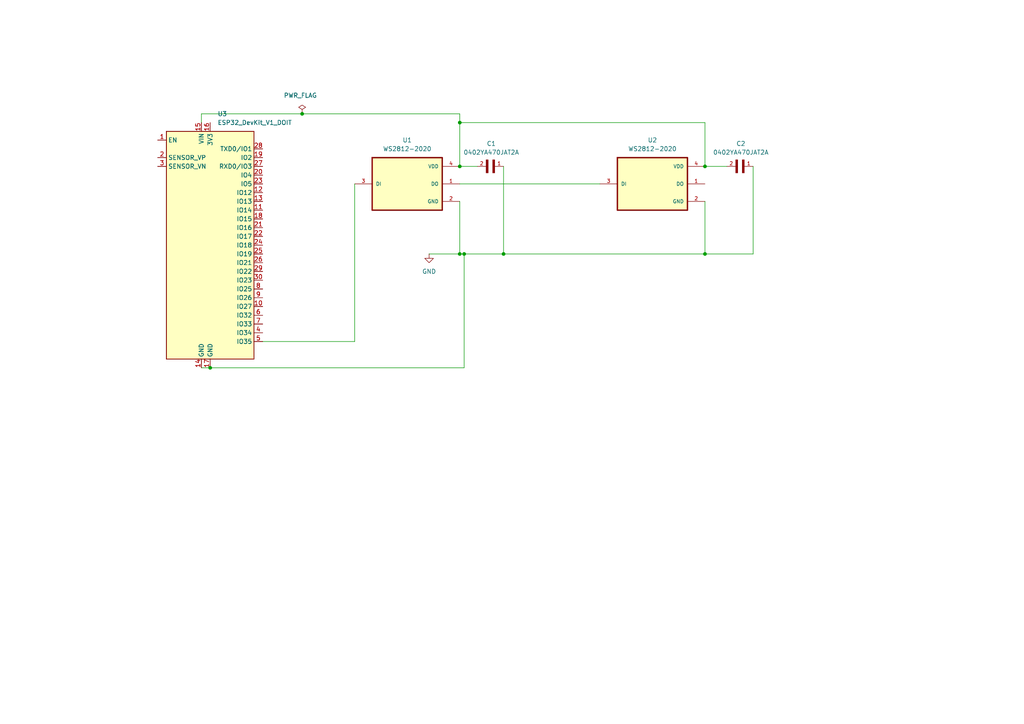
<source format=kicad_sch>
(kicad_sch (version 20250114) (generator "eeschema") (generator_version "9.0")
  (paper "A4")
  (lib_symbols
    (symbol "0402YA470JAT2A:0402YA470JAT2A" (pin_names (offset 1.016))
      (property "Reference" "C" (at 0 3.8109 0))
      (property "Value" "0402YA470JAT2A" (at 0 -5.0885 0))
      (symbol "0402YA470JAT2A_0_0"
        (rectangle (start 0 -1.9069) (end 0.635 1.905) (stroke (width 0.1)) (fill (type outline)))
        (rectangle (start 1.9069 -1.9069) (end 2.54 1.905) (stroke (width 0.1)) (fill (type outline)))
        (pin passive line (at -2.54 0 0) (length 2.54) (name "~") (number "1"))
        (pin passive line (at 5.08 0 180) (length 2.54) (name "~") (number "2"))
      )
    )
    (symbol "WS2812-2020:WS2812-2020" (pin_names (offset 1.016))
      (property "Reference" "U" (at -10.16 7.62 0))
      (property "Value" "WS2812-2020" (at -10.16 -10.16 0))
      (symbol "WS2812-2020_0_0"
        (rectangle (start -10.16 -7.62) (end 10.16 7.62) (stroke (width 0.4064)) (fill (type background)))
        (pin input line (at -15.24 0 0) (length 5.08) (name "DI") (number "3"))
        (pin power_in line (at 15.24 5.08 180) (length 5.08) (name "VDD") (number "4"))
        (pin output line (at 15.24 0 180) (length 5.08) (name "DO") (number "1"))
        (pin power_in line (at 15.24 -5.08 180) (length 5.08) (name "GND") (number "2"))
      )
    )
    (symbol "esp32_devkit_v1_doit:ESP32_DevKit_V1_DOIT"
      (property "Reference" "U" (at -11.43 34.29 0))
      (property "Value" "ESP32_DevKit_V1_DOIT" (at 11.43 34.29 0))
      (symbol "ESP32_DevKit_V1_DOIT_1_1"
        (rectangle (start -12.7 33.02) (end 12.7 -33.02) (stroke (width 0.254)) (fill (type background)))
        (pin input line (at -15.24 30.48 0) (length 2.54) (name "EN") (number "1"))
        (pin input line (at -15.24 25.4 0) (length 2.54) (name "SENSOR_VP") (number "2"))
        (pin input line (at -15.24 22.86 0) (length 2.54) (name "SENSOR_VN") (number "3"))
        (pin power_in line (at -2.54 35.56 270) (length 2.54) (name "VIN") (number "15"))
        (pin power_in line (at -2.54 -35.56 90) (length 2.54) (name "GND") (number "14"))
        (pin power_in line (at 0 35.56 270) (length 2.54) (name "3V3") (number "16"))
        (pin power_in line (at 0 -35.56 90) (length 2.54) (name "GND") (number "17"))
        (pin bidirectional line (at 15.24 27.94 180) (length 2.54) (name "TXD0/IO1") (number "28"))
        (pin bidirectional line (at 15.24 25.4 180) (length 2.54) (name "IO2") (number "19"))
        (pin bidirectional line (at 15.24 22.86 180) (length 2.54) (name "RXD0/IO3") (number "27"))
        (pin bidirectional line (at 15.24 20.32 180) (length 2.54) (name "IO4") (number "20"))
        (pin bidirectional line (at 15.24 17.78 180) (length 2.54) (name "IO5") (number "23"))
        (pin bidirectional line (at 15.24 15.24 180) (length 2.54) (name "IO12") (number "12"))
        (pin bidirectional line (at 15.24 12.7 180) (length 2.54) (name "IO13") (number "13"))
        (pin bidirectional line (at 15.24 10.16 180) (length 2.54) (name "IO14") (number "11"))
        (pin bidirectional line (at 15.24 7.62 180) (length 2.54) (name "IO15") (number "18"))
        (pin bidirectional line (at 15.24 5.08 180) (length 2.54) (name "IO16") (number "21"))
        (pin bidirectional line (at 15.24 2.54 180) (length 2.54) (name "IO17") (number "22"))
        (pin bidirectional line (at 15.24 0 180) (length 2.54) (name "IO18") (number "24"))
        (pin bidirectional line (at 15.24 -2.54 180) (length 2.54) (name "IO19") (number "25"))
        (pin bidirectional line (at 15.24 -5.08 180) (length 2.54) (name "IO21") (number "26"))
        (pin bidirectional line (at 15.24 -7.62 180) (length 2.54) (name "IO22") (number "29"))
        (pin bidirectional line (at 15.24 -10.16 180) (length 2.54) (name "IO23") (number "30"))
        (pin bidirectional line (at 15.24 -12.7 180) (length 2.54) (name "IO25") (number "8"))
        (pin bidirectional line (at 15.24 -15.24 180) (length 2.54) (name "IO26") (number "9"))
        (pin bidirectional line (at 15.24 -17.78 180) (length 2.54) (name "IO27") (number "10"))
        (pin bidirectional line (at 15.24 -20.32 180) (length 2.54) (name "IO32") (number "6"))
        (pin bidirectional line (at 15.24 -22.86 180) (length 2.54) (name "IO33") (number "7"))
        (pin input line (at 15.24 -25.4 180) (length 2.54) (name "IO34") (number "4"))
        (pin input line (at 15.24 -27.94 180) (length 2.54) (name "IO35") (number "5"))
      )
    )
    (symbol "power:GND" (power) (pin_numbers (hide yes)) (pin_names (offset 0) (hide yes))
      (property "Value" "GND" (at 0 -3.81 0))
      (symbol "GND_0_1"
        (polyline (pts (xy 0 0) (xy 0 -1.27) (xy 1.27 -1.27) (xy 0 -2.54) (xy -1.27 -1.27) (xy 0 -1.27)))
      )
      (symbol "GND_1_1"
        (pin power_in line (at 0 0 270) (length 0) (name "~") (number "1"))
      )
    )
    (symbol "power:PWR_FLAG" (power) (pin_numbers (hide yes)) (pin_names (offset 0) (hide yes))
      (property "Value" "PWR_FLAG" (at 0 3.81 0))
      (symbol "PWR_FLAG_0_0"
        (pin power_out line (at 0 0 90) (length 0) (name "~") (number "1"))
      )
      (symbol "PWR_FLAG_0_1"
        (polyline (pts (xy 0 0) (xy 0 1.27) (xy -1.016 1.905) (xy 0 2.54) (xy 1.016 1.905) (xy 0 1.27)))
      )
    )
  )
  (junction (at 134.62 73.66))
  (junction (at 133.35 48.26))
  (junction (at 204.47 48.26))
  (junction (at 87.63 33.02))
  (junction (at 133.35 35.56))
  (junction (at 146.05 73.66))
  (junction (at 204.47 73.66))
  (junction (at 60.96 106.68))
  (junction (at 133.35 73.66))
  (wire (pts (xy 102.87 99.06) (xy 76.2 99.06)))
  (wire (pts (xy 124.46 73.66) (xy 133.35 73.66)))
  (wire (pts (xy 146.05 73.66) (xy 134.62 73.66)))
  (wire (pts (xy 60.96 106.68) (xy 134.62 106.68)))
  (wire (pts (xy 146.05 48.26) (xy 146.05 73.66)))
  (wire (pts (xy 133.35 35.56) (xy 133.35 48.26)))
  (wire (pts (xy 58.42 33.02) (xy 58.42 35.56)))
  (wire (pts (xy 133.35 58.42) (xy 133.35 73.66)))
  (wire (pts (xy 133.35 53.34) (xy 173.99 53.34)))
  (wire (pts (xy 204.47 48.26) (xy 210.82 48.26)))
  (wire (pts (xy 218.44 48.26) (xy 218.44 73.66)))
  (wire (pts (xy 218.44 73.66) (xy 204.47 73.66)))
  (wire (pts (xy 133.35 35.56) (xy 204.47 35.56)))
  (wire (pts (xy 58.42 33.02) (xy 87.63 33.02)))
  (wire (pts (xy 134.62 106.68) (xy 134.62 73.66)))
  (wire (pts (xy 58.42 106.68) (xy 60.96 106.68)))
  (wire (pts (xy 87.63 33.02) (xy 133.35 33.02)))
  (wire (pts (xy 102.87 53.34) (xy 102.87 99.06)))
  (wire (pts (xy 204.47 73.66) (xy 204.47 58.42)))
  (wire (pts (xy 204.47 35.56) (xy 204.47 48.26)))
  (wire (pts (xy 133.35 48.26) (xy 138.43 48.26)))
  (wire (pts (xy 133.35 33.02) (xy 133.35 35.56)))
  (wire (pts (xy 133.35 73.66) (xy 134.62 73.66)))
  (wire (pts (xy 146.05 73.66) (xy 204.47 73.66)))
  (symbol (lib_id "WS2812-2020:WS2812-2020") (at 118.11 53.34 0) (unit 1)
    (property "Reference" "U1" (at 118.11 40.64 0))
    (property "Value" "WS2812-2020" (at 118.11 43.18 0))
    (property "Footprint" "WS2812-2020:LED_WS2812-2020" (effects (hide yes)))
    (property "MF" "Worldsemi" (effects (hide yes)))
    (property "MAXIMUM_PACKAGE_HEIGHT" "0.84 mm" (effects (hide yes)))
    (property "Package" "Package" (effects (hide yes)))
    (property "Price" "None" (effects (hide yes)))
    (property "Check_prices" "https://www.snapeda.com/parts/WS2812-2020/Worldsemi/view-part/?ref=eda" (effects (hide yes)))
    (property "STANDARD" "Manufacturer Recommendations" (effects (hide yes)))
    (property "PARTREV" "V1.3" (effects (hide yes)))
    (property "SnapEDA_Link" "https://www.snapeda.com/parts/WS2812-2020/Worldsemi/view-part/?ref=snap" (effects (hide yes)))
    (property "MP" "WS2812-2020" (effects (hide yes)))
    (property "Description_1" "Intelligent control LED light source, SMD-4" (effects (hide yes)))
    (property "MANUFACTURER" "Worldsemi" (effects (hide yes)))
    (property "Availability" "Not in stock" (effects (hide yes)))
    (property "SNAPEDA_PN" "WS2812-2020" (effects (hide yes)))
  )
  (symbol (lib_id "power:PWR_FLAG") (at 87.63 33.02 0) (unit 1)
    (property "Reference" "#FLG01" (effects (hide yes)))
    (property "Value" "PWR_FLAG" (at 87.122 27.686 0))
    (property "Description" "Special symbol for telling ERC where power comes from" (effects (hide yes)))
  )
  (symbol (lib_id "esp32_devkit_v1_doit:ESP32_DevKit_V1_DOIT") (at 60.96 71.12 0) (unit 1)
    (property "Reference" "U3" (at 63.1033 33.02 0) (effects (justify left)))
    (property "Value" "ESP32_DevKit_V1_DOIT" (at 63.1033 35.56 0) (effects (justify left)))
    (property "Footprint" "esp32_kicad_mod:esp32_devkit_v1_doit" (effects (hide yes)))
    (property "Description" "32-bit microcontroller module with WiFi and Bluetooth" (effects (hide yes)))
  )
  (symbol (lib_id "power:GND") (at 124.46 73.66 0) (unit 1)
    (property "Reference" "#PWR01" (effects (hide yes)))
    (property "Value" "GND" (at 124.46 78.74 0))
    (property "Description" "Power symbol creates a global label with name \"GND\" , ground" (effects (hide yes)))
  )
  (symbol (lib_id "0402YA470JAT2A:0402YA470JAT2A") (at 143.51 48.26 180) (unit 1)
    (property "Reference" "C1" (at 142.494 41.656 0))
    (property "Value" "0402YA470JAT2A" (at 142.494 44.196 0))
    (property "Footprint" "0402YA470JAT2A:CAPC1005X56N" (effects (hide yes)))
    (property "MF" "AVX" (effects (hide yes)))
    (property "Description_1" "0402 47 pF 16 V ±5 % Tolerance C0G/NP0 SMT Multilayer Ceramic Capacitor" (effects (hide yes)))
    (property "Package" "1005 AVX" (effects (hide yes)))
    (property "Price" "None" (effects (hide yes)))
    (property "SnapEDA_Link" "https://www.snapeda.com/parts/0402YA470JAT2A/AVX/view-part/?ref=snap" (effects (hide yes)))
    (property "MP" "0402YA470JAT2A" (effects (hide yes)))
    (property "Availability" "In Stock" (effects (hide yes)))
    (property "Check_prices" "https://www.snapeda.com/parts/0402YA470JAT2A/AVX/view-part/?ref=eda" (effects (hide yes)))
  )
  (symbol (lib_id "WS2812-2020:WS2812-2020") (at 189.23 53.34 0) (unit 1)
    (property "Reference" "U2" (at 189.23 40.64 0))
    (property "Value" "WS2812-2020" (at 189.23 43.18 0))
    (property "Footprint" "WS2812-2020:LED_WS2812-2020" (effects (hide yes)))
    (property "MF" "Worldsemi" (effects (hide yes)))
    (property "MAXIMUM_PACKAGE_HEIGHT" "0.84 mm" (effects (hide yes)))
    (property "Package" "Package" (effects (hide yes)))
    (property "Price" "None" (effects (hide yes)))
    (property "Check_prices" "https://www.snapeda.com/parts/WS2812-2020/Worldsemi/view-part/?ref=eda" (effects (hide yes)))
    (property "STANDARD" "Manufacturer Recommendations" (effects (hide yes)))
    (property "PARTREV" "V1.3" (effects (hide yes)))
    (property "SnapEDA_Link" "https://www.snapeda.com/parts/WS2812-2020/Worldsemi/view-part/?ref=snap" (effects (hide yes)))
    (property "MP" "WS2812-2020" (effects (hide yes)))
    (property "Description_1" "Intelligent control LED light source, SMD-4" (effects (hide yes)))
    (property "MANUFACTURER" "Worldsemi" (effects (hide yes)))
    (property "Availability" "Not in stock" (effects (hide yes)))
    (property "SNAPEDA_PN" "WS2812-2020" (effects (hide yes)))
  )
  (symbol (lib_id "0402YA470JAT2A:0402YA470JAT2A") (at 215.9 48.26 180) (unit 1)
    (property "Reference" "C2" (at 214.884 41.656 0))
    (property "Value" "0402YA470JAT2A" (at 214.884 44.196 0))
    (property "Footprint" "0402YA470JAT2A:CAPC1005X56N" (effects (hide yes)))
    (property "MF" "AVX" (effects (hide yes)))
    (property "Description_1" "0402 47 pF 16 V ±5 % Tolerance C0G/NP0 SMT Multilayer Ceramic Capacitor" (effects (hide yes)))
    (property "Package" "1005 AVX" (effects (hide yes)))
    (property "Price" "None" (effects (hide yes)))
    (property "SnapEDA_Link" "https://www.snapeda.com/parts/0402YA470JAT2A/AVX/view-part/?ref=snap" (effects (hide yes)))
    (property "MP" "0402YA470JAT2A" (effects (hide yes)))
    (property "Availability" "In Stock" (effects (hide yes)))
    (property "Check_prices" "https://www.snapeda.com/parts/0402YA470JAT2A/AVX/view-part/?ref=eda" (effects (hide yes)))
  )
)
</source>
